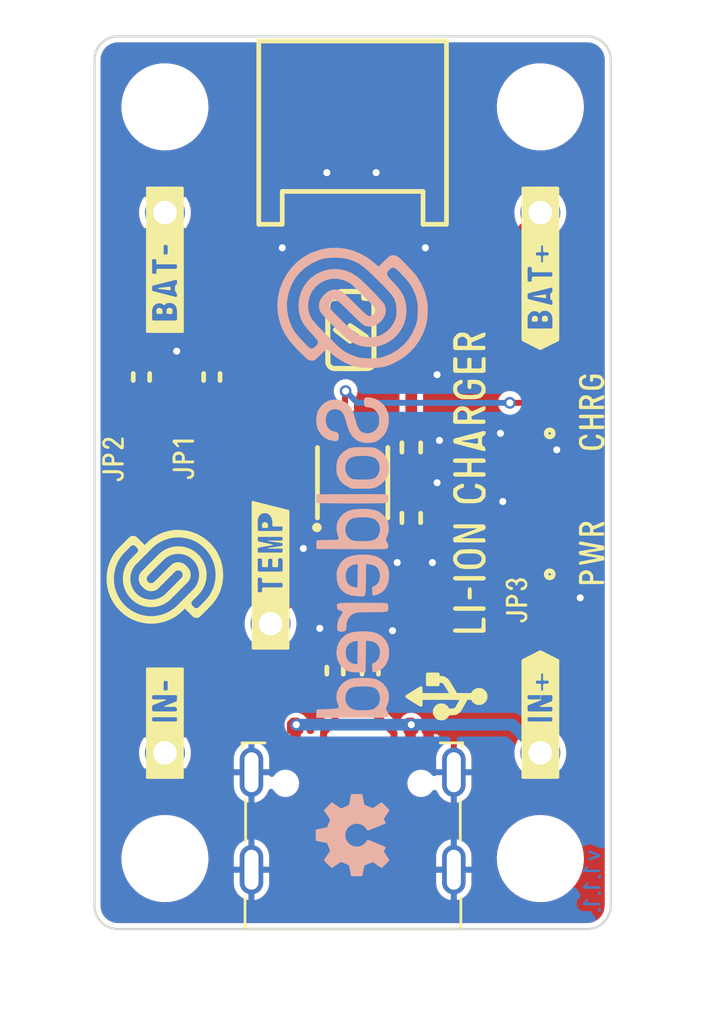
<source format=kicad_pcb>
(kicad_pcb (version 20210623) (generator pcbnew)
  (title_block (title "LI-ION charger") (date "2021-06-16") (rev "V1.1.1.") (company "SOLDERED") (comment 1 "333013"))
  (layers (0 "F.Cu" mixed) (31 "B.Cu" signal) (34 "B.Paste" user) (35 "F.Paste" user) (36 "B.SilkS" user "B.Silkscreen") (37 "F.SilkS" user "F.Silkscreen") (38 "B.Mask" user) (39 "F.Mask" user) (44 "Edge.Cuts" user))
  (net 0 "")
  (net 1 "VUSB")
  (net 2 "GND")
  (net 3 "VBAT")
  (net 4 "Net-(D1-Pad2)")
  (net 5 "PROG")
  (net 6 "Net-(JP1-Pad1)")
  (net 7 "Net-(JP2-Pad1)")
  (net 11 "Net-(K1-PadB5)")
  (net 15 "Net-(K1-PadA5)")
  (net 16 "TEMP")
  (net 17 "Net-(R5-Pad1)")
  (net 19 "Net-(D2-Pad1)")
  (net 20 "Net-(JP3-Pad2)")
  (footprint "e-radionica.com footprinti:HOLE_3.2mm" (layer "F.Cu") (at 93 137)
    (fp_text reference "H2" hide)
    (fp_text value "HOLE_3.2mm" hide)
    (pad "" np_thru_hole circle locked (at 0 0) (size 3.2 3.2) (drill 3.2) (layers F&B.Cu *.Mask))
  )
  (footprint "Soldered Graphics:Logo-Back-OSH-3.5mm" (layer "F.Cu") (at 101 136 90)
    (fp_text reference "G***" hide)
    (fp_text value "LOGO" hide)
  )
  (footprint "e-radionica.com footprinti:0402R" (layer "F.Cu") (at 108.5 118 -90)
    (fp_text reference "R5")
    (fp_text value "2k2")
    (pad "1" smd rect locked (at -0.5 0) (size 0.64 0.54) (layers "F.Cu" "F.Paste" "F.Mask") (net 17 "Net-(R5-Pad1)"))
    (pad "2" smd rect locked (at 0.5 0) (size 0.64 0.54) (layers "F.Cu" "F.Paste" "F.Mask") (net 4 "Net-(D1-Pad2)"))
  )
  (footprint "e-radionica.com footprinti:0402LED" (layer "F.Cu") (at 110 118 -90)
    (fp_text reference "D1")
    (fp_text value "red")
    (pad "1" smd rect locked (at -0.55 0) (size 0.75 0.45) (layers "F.Cu" "F.Paste" "F.Mask") (net 1 "VUSB"))
    (pad "2" smd rect locked (at 0.55 0) (size 0.75 0.45) (layers "F.Cu" "F.Paste" "F.Mask") (net 4 "Net-(D1-Pad2)"))
  )
  (footprint "e-radionica.com footprinti:SMD-JUMPER-CONNECTED_TRACE_SLODERMASK" (layer "F.Cu") (at 109.25 126 90)
    (fp_text reference "JP3")
    (fp_text value "SMD-JUMPER-CONNECTED_TRACE_SLODERMASK")
    (fp_poly (pts (xy 0.1 0.1) (xy -0.1 0.1) (xy -0.1 -0.1) (xy 0.1 -0.1)) (layer "F.Cu") (width 0.1) (fill solid))
    (pad "1" smd rect locked (at -0.35 0 90) (size 0.5 1) (layers "F.Cu" "F.Mask") (net 1 "VUSB"))
    (pad "2" smd rect locked (at 0.35 0 90) (size 0.5 1) (layers "F.Cu" "F.Mask") (net 20 "Net-(JP3-Pad2)"))
  )
  (footprint "e-radionica.com footprinti:0603R" (layer "F.Cu") (at 92 116.5 -90)
    (fp_text reference "R4")
    (fp_text value "2k49")
    (pad "1" smd rect locked (at -0.775 0) (size 1 0.64) (layers "F.Cu" "F.Paste" "F.Mask") (net 2 "GND"))
    (pad "2" smd rect locked (at 0.775 0) (size 1 0.64) (layers "F.Cu" "F.Paste" "F.Mask") (net 7 "Net-(JP2-Pad1)"))
  )
  (footprint "e-radionica.com footprinti:HOLE_3.2mm" (layer "F.Cu") (at 93 105)
    (fp_text reference "H1" hide)
    (fp_text value "HOLE_3.2mm" hide)
    (pad "" np_thru_hole circle locked (at 0 0) (size 3.2 3.2) (drill 3.2) (layers F&B.Cu *.Mask))
  )
  (footprint "Soldered Graphics:Symbol-Front-USB" (layer "F.Cu") (at 105 130.1 90)
    (fp_text reference "G***" hide)
    (fp_text value "LOGO" hide)
  )
  (footprint "buzzardLabel" (layer "F.Cu") (at 109 108 90)
    (fp_text reference "" (at 0 0 90) (layer "F.SilkS") (effects (font (size 1.27 1.27))))
    (fp_text value "" (at 0 0 90) (layer "F.SilkS") (effects (font (size 1.27 1.27))))
  )
  (footprint "e-radionica.com footprinti:0402LED" (layer "F.Cu") (at 110 124 -90)
    (fp_text reference "D2")
    (fp_text value "purple")
    (pad "1" smd rect locked (at -0.55 0) (size 0.75 0.45) (layers "F.Cu" "F.Paste" "F.Mask") (net 19 "Net-(D2-Pad1)"))
    (pad "2" smd rect locked (at 0.55 0) (size 0.75 0.45) (layers "F.Cu" "F.Paste" "F.Mask") (net 2 "GND"))
  )
  (footprint "buzzardLabel" (layer "F.Cu") (at 106 121 90)
    (fp_text reference "" (at 0 0 90) (layer "F.SilkS") (effects (font (size 1.27 1.27))))
    (fp_text value "" (at 0 0 90) (layer "F.SilkS") (effects (font (size 1.27 1.27))))
  )
  (footprint "buzzardLabel" (layer "F.Cu") (at 108 126 90)
    (fp_text reference "" (at 0 0 90) (layer "F.SilkS") (effects (font (size 1.27 1.27))))
    (fp_text value "" (at 0 0 90) (layer "F.SilkS") (effects (font (size 1.27 1.27))))
  )
  (footprint "buzzardLabel" (layer "F.Cu") (at 109 134 90)
    (fp_text reference "" (at 0 0 90) (layer "F.SilkS") (effects (font (size 1.27 1.27))))
    (fp_text value "" (at 0 0 90) (layer "F.SilkS") (effects (font (size 1.27 1.27))))
  )
  (footprint "buzzardLabel" (layer "F.Cu") (at 111.2 124 90)
    (fp_text reference "" (at 0 0 90) (layer "F.SilkS") (effects (font (size 1.27 1.27))))
    (fp_text value "" (at 0 0 90) (layer "F.SilkS") (effects (font (size 1.27 1.27))))
  )
  (footprint "e-radionica.com footprinti:HOLE_3.2mm" (layer "F.Cu") (at 109 105)
    (fp_text reference "H3" hide)
    (fp_text value "HOLE_3.2mm" hide)
    (pad "" np_thru_hole circle locked (at 0 0) (size 3.2 3.2) (drill 3.2) (layers F&B.Cu *.Mask))
  )
  (footprint "e-radionica.com footprinti:0402R" (layer "F.Cu") (at 108.5 124 90)
    (fp_text reference "R6")
    (fp_text value "2k2")
    (pad "1" smd rect locked (at -0.5 0 180) (size 0.64 0.54) (layers "F.Cu" "F.Paste" "F.Mask") (net 20 "Net-(JP3-Pad2)"))
    (pad "2" smd rect locked (at 0.5 0 180) (size 0.64 0.54) (layers "F.Cu" "F.Paste" "F.Mask") (net 19 "Net-(D2-Pad1)"))
  )
  (footprint "e-radionica.com footprinti:JST-2pin-SMD" (layer "F.Cu") (at 101 107)
    (fp_text reference "K7")
    (fp_text value "JST-2pin-SMD")
    (pad "" smd rect locked (at -3.3 -3.15) (size 1 3) (layers "F.Cu" "F.Paste" "F.Mask"))
    (pad "" smd rect locked (at 3.3 -3.15) (size 1 3) (layers "F.Cu" "F.Paste" "F.Mask"))
    (pad "1" smd rect locked (at 1 3.15) (size 1.1 2) (layers "F.Cu" "F.Paste" "F.Mask") (net 3 "VBAT"))
    (pad "2" smd rect locked (at -1 3.15) (size 1.1 2) (layers "F.Cu" "F.Paste" "F.Mask") (net 2 "GND"))
  )
  (footprint "buzzardLabel" (layer "F.Cu") (at 93 108 90)
    (fp_text reference "" (at 0 0 90) (layer "F.SilkS") (effects (font (size 1.27 1.27))))
    (fp_text value "" (at 0 0 90) (layer "F.SilkS") (effects (font (size 1.27 1.27))))
  )
  (footprint "e-radionica.com footprinti:HOLE_3.2mm" (layer "F.Cu") (at 109 137)
    (fp_text reference "H4" hide)
    (fp_text value "HOLE_3.2mm" hide)
    (pad "" np_thru_hole circle locked (at 0 0) (size 3.2 3.2) (drill 3.2) (layers F&B.Cu *.Mask))
  )
  (footprint "Soldered Graphics:Logo-Back-SolderedFULL-20mm" (layer "F.Cu") (at 101 121 90)
    (fp_text reference "REF**" hide)
    (fp_text value "Logo-Front-SolderedFULL-20mm" hide)
  )
  (footprint "e-radionica.com footprinti:0603C" (layer "F.Cu") (at 103.5 119.5 90)
    (fp_text reference "C2")
    (fp_text value "2.2uF")
    (pad "1" smd rect locked (at -0.73 0 90) (size 0.66 1) (layers "F.Cu" "F.Paste" "F.Mask") (net 2 "GND"))
    (pad "2" smd rect locked (at 0.73 0 90) (size 0.66 1) (layers "F.Cu" "F.Paste" "F.Mask") (net 3 "VBAT"))
  )
  (footprint "buzzardLabel" (layer "F.Cu") (at 93.8 120 90)
    (fp_text reference "" (at 0 0 90) (layer "F.SilkS") (effects (font (size 1.27 1.27))))
    (fp_text value "" (at 0 0 90) (layer "F.SilkS") (effects (font (size 1.27 1.27))))
  )
  (footprint "e-radionica.com footprinti:SMD_JUMPER_CONNECTED" (layer "F.Cu") (at 92 120 -90)
    (fp_text reference "JP2")
    (fp_text value "SMD-JUMPER-CONNECTED")
    (pad "1" smd rect locked (at -0.35 0 270) (size 0.5 1) (layers "F.Cu" "F.Paste" "F.Mask") (net 7 "Net-(JP2-Pad1)"))
    (pad "2" smd rect locked (at 0.35 0 270) (size 0.5 1) (layers "F.Cu" "F.Paste" "F.Mask") (net 5 "PROG"))
  )
  (footprint "buzzardLabel" (layer "F.Cu") (at 111.2 118 90)
    (fp_text reference "" (at 0 0 90) (layer "F.SilkS") (effects (font (size 1.27 1.27))))
    (fp_text value "" (at 0 0 90) (layer "F.SilkS") (effects (font (size 1.27 1.27))))
  )
  (footprint "e-radionica.com footprinti:0603C" (layer "F.Cu") (at 103.5 122.5 -90)
    (fp_text reference "C1")
    (fp_text value "2.2uF")
    (pad "1" smd rect locked (at -0.73 0 270) (size 0.66 1) (layers "F.Cu" "F.Paste" "F.Mask") (net 2 "GND"))
    (pad "2" smd rect locked (at 0.73 0 270) (size 0.66 1) (layers "F.Cu" "F.Paste" "F.Mask") (net 1 "VUSB"))
  )
  (footprint "e-radionica.com footprinti:SMD_JUMPER" (layer "F.Cu") (at 95 120 -90)
    (fp_text reference "JP1")
    (fp_text value "SMD_JUMPER")
    (pad "1" smd rect locked (at -0.35 0 270) (size 0.5 1) (layers "F.Cu" "F.Mask") (net 6 "Net-(JP1-Pad1)"))
    (pad "2" smd rect locked (at 0.35 0 270) (size 0.5 1) (layers "F.Cu" "F.Mask") (net 5 "PROG"))
  )
  (footprint "buzzardLabel" (layer "F.Cu") (at 93 134 90)
    (fp_text reference "" (at 0 0 90) (layer "F.SilkS") (effects (font (size 1.27 1.27))))
    (fp_text value "" (at 0 0 90) (layer "F.SilkS") (effects (font (size 1.27 1.27))))
  )
  (footprint "e-radionica.com footprinti:TP4056M-MSOP8" (layer "F.Cu") (at 101 121 90)
    (fp_text reference "U1")
    (fp_text value "TP4056M")
    (pad "1" smd rect locked (at -1.975 -0.975 90) (size 1.35 0.45) (layers "F.Cu" "F.Paste" "F.Mask") (net 16 "TEMP"))
    (pad "2" smd rect locked (at -1.975 -0.325 90) (size 1.35 0.45) (layers "F.Cu" "F.Paste" "F.Mask") (net 5 "PROG"))
    (pad "3" smd rect locked (at -1.975 0.325 90) (size 1.35 0.45) (layers "F.Cu" "F.Paste" "F.Mask") (net 2 "GND"))
    (pad "4" smd rect locked (at -1.975 0.975 90) (size 1.35 0.45) (layers "F.Cu" "F.Paste" "F.Mask") (net 1 "VUSB"))
    (pad "5" smd rect locked (at 1.975 0.975 90) (size 1.35 0.45) (layers "F.Cu" "F.Paste" "F.Mask") (net 3 "VBAT"))
    (pad "6" smd rect locked (at 1.975 0.325 90) (size 1.35 0.45) (layers "F.Cu" "F.Paste" "F.Mask"))
    (pad "7" smd rect locked (at 1.975 -0.325 90) (size 1.35 0.45) (layers "F.Cu" "F.Paste" "F.Mask") (net 17 "Net-(R5-Pad1)"))
    (pad "8" smd rect locked (at 1.975 -0.975 90) (size 1.35 0.45) (layers "F.Cu" "F.Paste" "F.Mask") (net 1 "VUSB"))
  )
  (footprint "e-radionica.com footprinti:0603R" (layer "F.Cu") (at 95 116.5 -90)
    (fp_text reference "R3")
    (fp_text value "4.7k")
    (pad "1" smd rect locked (at -0.775 0) (size 1 0.64) (layers "F.Cu" "F.Paste" "F.Mask") (net 2 "GND"))
    (pad "2" smd rect locked (at 0.775 0) (size 1 0.64) (layers "F.Cu" "F.Paste" "F.Mask") (net 6 "Net-(JP1-Pad1)"))
  )
  (footprint "e-radionica.com footprinti:U262-161N-4BVC11" (layer "F.Cu") (at 101 135)
    (fp_text reference "K1")
    (fp_text value "U262-161N-4BVC11")
    (pad "" np_thru_hole circle locked (at -2.862 -1.2) (size 0.65 0.65) (drill 0.65) (layers F&B.Cu *.Mask))
    (pad "" np_thru_hole circle locked (at 2.913 -1.2) (size 0.65 0.65) (drill 0.65) (layers F&B.Cu *.Mask))
    (pad "A1" smd rect locked (at -3.337 -2.475) (size 0.3 1.15) (layers "F.Cu" "F.Paste" "F.Mask") (net 2 "GND"))
    (pad "A4" smd rect locked (at -2.537 -2.475) (size 0.3 1.15) (layers "F.Cu" "F.Paste" "F.Mask") (net 1 "VUSB"))
    (pad "A5" smd rect locked (at -1.237 -2.475) (size 0.3 1.15) (layers "F.Cu" "F.Paste" "F.Mask") (net 15 "Net-(K1-PadA5)"))
    (pad "A6" smd rect locked (at -0.237 -2.475) (size 0.3 1.15) (layers "F.Cu" "F.Paste" "F.Mask"))
    (pad "A7" smd rect locked (at 0.263 -2.475) (size 0.3 1.15) (layers "F.Cu" "F.Paste" "F.Mask"))
    (pad "A8" smd rect locked (at 1.263 -2.475) (size 0.3 1.15) (layers "F.Cu" "F.Paste" "F.Mask"))
    (pad "A9" smd rect locked (at 2.563 -2.475) (size 0.3 1.15) (layers "F.Cu" "F.Paste" "F.Mask") (net 1 "VUSB"))
    (pad "A12" smd rect locked (at 3.338 -2.475) (size 0.3 1.15) (layers "F.Cu" "F.Paste" "F.Mask") (net 2 "GND"))
    (pad "B1" smd rect locked (at 3.138 -2.475) (size 0.3 1.15) (layers "F.Cu" "F.Paste" "F.Mask") (net 2 "GND"))
    (pad "B4" smd rect locked (at 2.363 -2.475) (size 0.3 1.15) (layers "F.Cu" "F.Paste" "F.Mask") (net 1 "VUSB"))
    (pad "B5" smd rect locked (at 1.763 -2.475) (size 0.3 1.15) (layers "F.Cu" "F.Paste" "F.Mask") (net 11 "Net-(K1-PadB5)"))
    (pad "B6" smd rect locked (at 0.763 -2.475) (size 0.3 1.15) (layers "F.Cu" "F.Paste" "F.Mask"))
    (pad "B7" smd rect locked (at -0.737 -2.475) (size 0.3 1.15) (layers "F.Cu" "F.Paste" "F.Mask"))
    (pad "B8" smd rect locked (at -1.737 -2.475) (size 0.3 1.15) (layers "F.Cu" "F.Paste" "F.Mask"))
    (pad "B9" smd rect locked (at -2.337 -2.475) (size 0.3 1.15) (layers "F.Cu" "F.Paste" "F.Mask") (net 1 "VUSB"))
    (pad "B12" smd rect locked (at -3.112 -2.475) (size 0.3 1.15) (layers "F.Cu" "F.Paste" "F.Mask") (net 2 "GND"))
    (pad "SH" thru_hole oval locked (at -4.312 2.475) (size 1 2.1) (drill oval 0.6 1.7) (layers *.Cu *.Mask) (net 2 "GND"))
    (pad "SH" thru_hole oval locked (at 4.313 -1.675) (size 1 2.1) (drill oval 0.6 1.7) (layers *.Cu *.Mask) (net 2 "GND"))
    (pad "SH" thru_hole oval locked (at 4.313 2.475) (size 1 2.1) (drill oval 0.6 1.7) (layers *.Cu *.Mask) (net 2 "GND"))
    (pad "SH" thru_hole oval locked (at -4.312 -1.675) (size 1 2.1) (drill oval 0.6 1.7) (layers *.Cu *.Mask) (net 2 "GND"))
  )
  (footprint "Soldered Graphics:Logo-Front-Soldered-5mm" (layer "F.Cu") (at 93 125 90)
    (fp_text reference "G***" hide)
    (fp_text value "LOGO" hide)
  )
  (footprint "e-radionica.com footprinti:FIDUCIAL_23" (layer "F.Cu") (at 101 137.5)
    (fp_text reference "FD1")
    (fp_text value "FIDUCIAL")
    (fp_circle (center 0 0) (end 1 0) (layer "F.Cu") (width 0.2) (fill none))
    (pad "1" smd circle (at 0 0) (size 1 1) (layers "F.Cu" "F.Paste" "F.Mask") (clearance 1.1))
  )
  (footprint "buzzardLabel" (layer "F.Cu") (at 97.5 128.5 90)
    (fp_text reference "" (at 0 0 90) (layer "F.SilkS") (effects (font (size 1.27 1.27))))
    (fp_text value "" (at 0 0 90) (layer "F.SilkS") (effects (font (size 1.27 1.27))))
  )
  (footprint "e-radionica.com footprinti:0603R" (layer "F.Cu") (at 101.75 129 90)
    (fp_text reference "R1")
    (fp_text value "5.1k")
    (pad "1" smd rect locked (at -0.775 0 180) (size 1 0.64) (layers "F.Cu" "F.Paste" "F.Mask") (net 11 "Net-(K1-PadB5)"))
    (pad "2" smd rect locked (at 0.775 0 180) (size 1 0.64) (layers "F.Cu" "F.Paste" "F.Mask") (net 2 "GND"))
  )
  (footprint "Soldered Graphics:Symbol-Front-Battery" (layer "F.Cu") (at 101 114.5 90)
    (fp_text reference "G***" hide)
    (fp_text value "LOGO" hide)
  )
  (footprint "e-radionica.com footprinti:0603R" (layer "F.Cu") (at 100.25 129 90)
    (fp_text reference "R2")
    (fp_text value "5.1k")
    (pad "1" smd rect locked (at -0.775 0 180) (size 1 0.64) (layers "F.Cu" "F.Paste" "F.Mask") (net 15 "Net-(K1-PadA5)"))
    (pad "2" smd rect locked (at 0.775 0 180) (size 1 0.64) (layers "F.Cu" "F.Paste" "F.Mask") (net 2 "GND"))
  )
  (footprint "buzzardLabel" (layer "F.Cu") (at 90.8 120 90)
    (fp_text reference "" (at 0 0 90) (layer "F.SilkS") (effects (font (size 1.27 1.27))))
    (fp_text value "" (at 0 0 90) (layer "F.SilkS") (effects (font (size 1.27 1.27))))
  )
  (footprint "e-radionica.com footprinti:HEADER_MALE_1X1" (layer "F.Cu") (at 97.5 127)
    (fp_text reference "K4")
    (fp_text value "HEADER_MALE_1X1")
    (pad "1" thru_hole circle locked (at 0 0) (size 1.7 1.7) (drill 1) (layers *.Cu *.Mask) (net 16 "TEMP"))
  )
  (footprint "e-radionica.com footprinti:HEADER_MALE_1X1" (layer "B.Cu") (at 109 132.5 180)
    (fp_text reference "K2")
    (fp_text value "HEADER_MALE_1X1")
    (pad "1" thru_hole circle locked (at 0 0 180) (size 1.7 1.7) (drill 1) (layers *.Cu *.Mask) (net 1 "VUSB"))
  )
  (footprint "e-radionica.com footprinti:HEADER_MALE_1X1" (layer "B.Cu") (at 93 132.5 180)
    (fp_text reference "K3")
    (fp_text value "HEADER_MALE_1X1")
    (pad "1" thru_hole circle locked (at 0 0 180) (size 1.7 1.7) (drill 1) (layers *.Cu *.Mask) (net 2 "GND"))
  )
  (footprint "Soldered Graphics:Version1.1.1." (layer "B.Cu") (at 111.2 138 -90)
    (fp_text reference "REF**" hide)
    (fp_text value "Version1.1.1." hide)
    (fp_poly (pts (xy 1.14 -0.38) (xy 1.19 -0.38) (xy 1.24 -0.37) (xy 1.25 -0.33) (xy 1.25 -0.27) (xy 1.2 -0.26) (xy 1.15 -0.26) (xy 1.12 -0.29) (xy 1.12 -0.34) (xy 1.14 -0.38)) (layer "B.Cu") (width 0.01) (fill solid))
    (fp_poly (pts (xy -0.5 -0.35) (xy -0.44 -0.35) (xy -0.43 -0.31) (xy -0.43 0.35) (xy -0.46 0.38) (xy -0.52 0.38) (xy -0.55 0.34) (xy -0.67 0.22) (xy -0.68 0.17) (xy -0.65 0.16) (xy -0.56 0.22) (xy -0.52 0.23) (xy -0.52 -0.31) (xy -0.5 -0.35)) (layer "B.Cu") (width 0.01) (fill solid))
    (fp_poly (pts (xy -0.27 -0.38) (xy -0.22 -0.38) (xy -0.17 -0.37) (xy -0.16 -0.33) (xy -0.16 -0.27) (xy -0.21 -0.26) (xy -0.26 -0.26) (xy -0.29 -0.29) (xy -0.29 -0.34) (xy -0.27 -0.38)) (layer "B.Cu") (width 0.01) (fill solid))
    (fp_poly (pts (xy 0.91 -0.35) (xy 0.96 -0.35) (xy 0.98 -0.31) (xy 0.98 0.35) (xy 0.95 0.38) (xy 0.89 0.38) (xy 0.86 0.34) (xy 0.74 0.22) (xy 0.73 0.17) (xy 0.76 0.16) (xy 0.85 0.22) (xy 0.89 0.23) (xy 0.89 -0.31) (xy 0.91 -0.35)) (layer "B.Cu") (width 0.01) (fill solid))
    (fp_poly (pts (xy -1.15 -0.35) (xy -1.1 -0.35) (xy -1.07 -0.31) (xy -0.92 0.1) (xy -0.94 0.13) (xy -0.99 0.13) (xy -1.02 0.1) (xy -1.11 -0.16) (xy -1.13 -0.21) (xy -1.15 -0.17) (xy -1.24 0.09) (xy -1.26 0.13) (xy -1.32 0.13) (xy -1.34 0.1) (xy -1.18 -0.31) (xy -1.15 -0.35)) (layer "B.Cu") (width 0.01) (fill solid))
    (fp_poly (pts (xy 0.43 -0.38) (xy 0.48 -0.38) (xy 0.54 -0.37) (xy 0.54 -0.33) (xy 0.54 -0.27) (xy 0.5 -0.26) (xy 0.45 -0.26) (xy 0.42 -0.29) (xy 0.42 -0.34) (xy 0.43 -0.38)) (layer "B.Cu") (width 0.01) (fill solid))
    (fp_poly (pts (xy 0.21 -0.35) (xy 0.26 -0.35) (xy 0.28 -0.31) (xy 0.28 0.35) (xy 0.24 0.38) (xy 0.19 0.38) (xy 0.15 0.34) (xy 0.04 0.22) (xy 0.02 0.17) (xy 0.05 0.16) (xy 0.14 0.22) (xy 0.18 0.23) (xy 0.18 -0.31) (xy 0.21 -0.35)) (layer "B.Cu") (width 0.01) (fill solid))
  )
  (footprint "e-radionica.com footprinti:HEADER_MALE_1X1" (layer "B.Cu") (at 93 109.5 180)
    (fp_text reference "K6")
    (fp_text value "HEADER_MALE_1X1")
    (pad "1" thru_hole circle locked (at 0 0 180) (size 1.7 1.7) (drill 1) (layers *.Cu *.Mask) (net 2 "GND"))
  )
  (footprint "e-radionica.com footprinti:HEADER_MALE_1X1" (layer "B.Cu") (at 109 109.5 180)
    (fp_text reference "K5")
    (fp_text value "HEADER_MALE_1X1")
    (pad "1" thru_hole circle locked (at 0 0 180) (size 1.7 1.7) (drill 1) (layers *.Cu *.Mask) (net 3 "VBAT"))
  )
  (gr_arc (start 111 103) (end 112 103) (angle -90) (layer "Edge.Cuts") (width 0.1))
  (gr_line (start 90 139) (end 90 103) (layer "Edge.Cuts") (width 0.1))
  (gr_line (start 112 103) (end 112 139) (layer "Edge.Cuts") (width 0.1))
  (gr_arc (start 111 139) (end 111 140) (angle -90) (layer "Edge.Cuts") (width 0.1))
  (gr_line (start 91 102) (end 111 102) (layer "Edge.Cuts") (width 0.1))
  (gr_arc (start 91 139) (end 91 140) (angle 90) (layer "Edge.Cuts") (width 0.1))
  (gr_arc (start 91 103) (end 91 102) (angle -90) (layer "Edge.Cuts") (width 0.1))
  (gr_line (start 111 140) (end 91 140) (layer "Edge.Cuts") (width 0.1))
  (segment (start 102.23 123.23) (end 101.975 122.975) (width 0.5) (layer "F.Cu") (net 1))
  (segment (start 109 132.5) (end 109 127.9) (width 0.5) (layer "F.Cu") (net 1))
  (segment (start 110.75 117.45) (end 111.1 117.8) (width 0.254) (layer "F.Cu") (net 1))
  (segment (start 100.025 119.025) (end 100.025 119.725) (width 0.3) (layer "F.Cu") (net 1))
  (segment (start 109 126.6) (end 109 127.9) (width 0.25) (layer "F.Cu") (net 1))
  (segment (start 103.5 123.23) (end 102.23 123.23) (width 0.5) (layer "F.Cu") (net 1))
  (segment (start 109 127.9) (end 104.33 123.23) (width 0.5) (layer "F.Cu") (net 1))
  (segment (start 109.25 126.35) (end 109 126.6) (width 0.25) (layer "F.Cu") (net 1))
  (segment (start 111.1 119.4) (end 107.45 123.05) (width 0.254) (layer "F.Cu") (net 1))
  (segment (start 104.33 123.23) (end 103.5 123.23) (width 0.5) (layer "F.Cu") (net 1))
  (segment (start 107.45 123.05) (end 107.45 126.35) (width 0.254) (layer "F.Cu") (net 1))
  (segment (start 111.1 117.8) (end 111.1 119.4) (width 0.254) (layer "F.Cu") (net 1))
  (segment (start 100.025 119.725) (end 101.975 121.675) (width 0.3) (layer "F.Cu") (net 1))
  (segment (start 110 117.45) (end 110.75 117.45) (width 0.254) (layer "F.Cu") (net 1))
  (segment (start 101.975 121.675) (end 101.975 122.975) (width 0.3) (layer "F.Cu") (net 1))
  (via (at 103.5 131.3) (size 0.5) (drill 0.3) (layers "F.Cu" "B.Cu") (net 1))
  (via (at 98.6 131.3) (size 0.5) (drill 0.3) (layers "F.Cu" "B.Cu") (net 1))
  (segment (start 98.6 131.3) (end 107.8 131.3) (width 0.5) (layer "B.Cu") (net 1))
  (segment (start 107.8 131.3) (end 109 132.5) (width 0.5) (layer "B.Cu") (net 1))
  (via (at 99.6 127.2) (size 0.5) (drill 0.3) (layers "F.Cu" "B.Cu") (net 2))
  (via (at 93.5 115.4) (size 0.5) (drill 0.3) (layers "F.Cu" "B.Cu") (net 2))
  (via (at 107.3 118.9) (size 0.5) (drill 0.3) (layers "F.Cu" "B.Cu") (net 2))
  (via (at 104.1 111) (size 0.5) (drill 0.3) (layers "F.Cu" "B.Cu") (net 2))
  (via (at 109.7 119.6) (size 0.5) (drill 0.3) (layers "F.Cu" "B.Cu") (net 2))
  (via (at 98 111) (size 0.5) (drill 0.3) (layers "F.Cu" "B.Cu") (net 2))
  (via (at 104.6 116.4) (size 0.5) (drill 0.3) (layers "F.Cu" "B.Cu") (net 2))
  (via (at 107.4 121.8) (size 0.5) (drill 0.3) (layers "F.Cu" "B.Cu") (net 2))
  (via (at 102 107.8) (size 0.5) (drill 0.3) (layers "F.Cu" "B.Cu") (net 2))
  (via (at 99.9 107.8) (size 0.5) (drill 0.3) (layers "F.Cu" "B.Cu") (net 2))
  (via (at 104.6 121) (size 0.5) (drill 0.3) (layers "F.Cu" "B.Cu") (net 2))
  (via (at 98.9 123.8) (size 0.5) (drill 0.3) (layers "F.Cu" "B.Cu") (net 2))
  (via (at 104.7 119.2) (size 0.5) (drill 0.3) (layers "F.Cu" "B.Cu") (net 2))
  (via (at 102.7 127.3) (size 0.5) (drill 0.3) (layers "F.Cu" "B.Cu") (net 2))
  (via (at 102.9 124.4) (size 0.5) (drill 0.3) (layers "F.Cu" "B.Cu") (net 2))
  (via (at 104.4 124.4) (size 0.5) (drill 0.3) (layers "F.Cu" "B.Cu") (net 2))
  (via (at 110.7 125.9) (size 0.5) (drill 0.3) (layers "F.Cu" "B.Cu") (net 2))
  (segment (start 103.5 115.1) (end 103.5 113.3) (width 0.5) (layer "F.Cu") (net 3))
  (segment (start 102.23 118.77) (end 103.5 118.77) (width 0.5) (layer "F.Cu") (net 3))
  (segment (start 109 109.5) (end 103.5 115) (width 0.5) (layer "F.Cu") (net 3))
  (segment (start 103.5 113.3) (end 102 111.8) (width 0.5) (layer "F.Cu") (net 3))
  (segment (start 103.5 118.77) (end 103.5 115.1) (width 0.5) (layer "F.Cu") (net 3))
  (segment (start 102 111.8) (end 102 110.15) (width 0.5) (layer "F.Cu") (net 3))
  (segment (start 101.975 119.025) (end 102.23 118.77) (width 0.5) (layer "F.Cu") (net 3))
  (segment (start 103.5 115) (end 103.5 115.1) (width 0.5) (layer "F.Cu") (net 3))
  (segment (start 108.5 118.5) (end 109.95 118.5) (width 0.3) (layer "F.Cu") (net 4))
  (segment (start 109.95 118.5) (end 110 118.55) (width 0.3) (layer "F.Cu") (net 4))
  (segment (start 98.75 120.35) (end 95 120.35) (width 0.254) (layer "F.Cu") (net 5))
  (segment (start 100.675 122.975) (end 100.675 122.275) (width 0.254) (layer "F.Cu") (net 5))
  (segment (start 92 120.35) (end 95 120.35) (width 0.254) (layer "F.Cu") (net 5))
  (segment (start 100.675 122.275) (end 98.75 120.35) (width 0.254) (layer "F.Cu") (net 5))
  (segment (start 95 119.65) (end 95 117.275) (width 0.254) (layer "F.Cu") (net 6))
  (segment (start 92 119.65) (end 92 117.275) (width 0.254) (layer "F.Cu") (net 7))
  (segment (start 102.763 131.663) (end 101.75 130.65) (width 0.3) (layer "F.Cu") (net 11))
  (segment (start 101.75 130.65) (end 101.75 129.775) (width 0.3) (layer "F.Cu") (net 11))
  (segment (start 102.763 132.525) (end 102.763 131.663) (width 0.3) (layer "F.Cu") (net 11))
  (segment (start 99.763 132.525) (end 99.763 131.637) (width 0.3) (layer "F.Cu") (net 15))
  (segment (start 100.25 131.15) (end 100.25 129.775) (width 0.3) (layer "F.Cu") (net 15))
  (segment (start 99.763 131.637) (end 100.25 131.15) (width 0.3) (layer "F.Cu") (net 15))
  (segment (start 100.025 124.475) (end 100.025 122.975) (width 0.254) (layer "F.Cu") (net 16))
  (segment (start 97.5 127) (end 100.025 124.475) (width 0.254) (layer "F.Cu") (net 16))
  (segment (start 100.7 117.1) (end 100.675 117.125) (width 0.254) (layer "F.Cu") (net 17))
  (segment (start 100.675 117.125) (end 100.675 119.025) (width 0.254) (layer "F.Cu") (net 17))
  (segment (start 108.4 117.6) (end 108.5 117.5) (width 0.254) (layer "F.Cu") (net 17))
  (segment (start 107.7 117.6) (end 108.4 117.6) (width 0.254) (layer "F.Cu") (net 17))
  (via (at 100.7 117.1) (size 0.5) (drill 0.3) (layers "F.Cu" "B.Cu") (net 17))
  (via (at 107.7 117.6) (size 0.5) (drill 0.3) (layers "F.Cu" "B.Cu") (net 17))
  (segment (start 101.2 117.6) (end 107.7 117.6) (width 0.254) (layer "B.Cu") (net 17))
  (segment (start 100.7 117.1) (end 101.2 117.6) (width 0.254) (layer "B.Cu") (net 17))
  (segment (start 108.5 123.5) (end 109.95 123.5) (width 0.3) (layer "F.Cu") (net 19))
  (segment (start 109.95 123.5) (end 110 123.45) (width 0.3) (layer "F.Cu") (net 19))
  (segment (start 108.5 124.5) (end 108.5 124.9) (width 0.25) (layer "F.Cu") (net 20))
  (segment (start 108.5 124.9) (end 109.25 125.65) (width 0.25) (layer "F.Cu") (net 20))
  (zone (net 1) (net_name "VUSB") (layer "F.Cu") (connect_pads (clearance 0.254)) (min_thickness 0.254) (fill yes (thermal_gap 0.254) (thermal_bridge_width 0.254))
    (polygon (pts (xy 103.8 131.2) (xy 103.8 133.1) (xy 103.1 133.1) (xy 103.1 131.2) (xy 103.3 131) (xy 103.6 131)))
  )
  (zone (net 1) (net_name "VUSB") (layer "F.Cu") (connect_pads (clearance 0.254)) (min_thickness 0.254) (fill yes (thermal_gap 0.254) (thermal_bridge_width 0.254))
    (polygon (pts (xy 98.9 131.2) (xy 98.9 133.1) (xy 98.2 133.1) (xy 98.2 131.2) (xy 98.4 131) (xy 98.7 131)))
  )
  (zone (net 2) (net_name "GND") (layers F&B.Cu) (connect_pads (clearance 0.254)) (min_thickness 0.254) (fill yes (thermal_gap 0.254) (thermal_bridge_width 0.254))
    (polygon (pts (xy 112 140) (xy 90 140) (xy 90 102) (xy 112 102)))
  )
)
</source>
